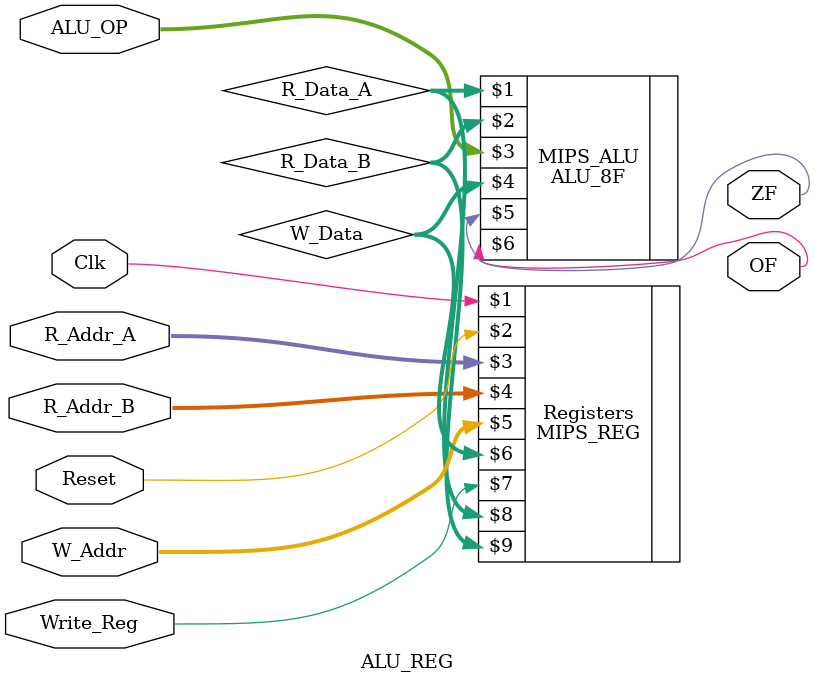
<source format=v>
`timescale 1ns / 1ps
module ALU_REG(
    input Clk,
    input Reset,
    input [4:0] R_Addr_A,
    input [4:0] R_Addr_B,
    input [4:0] W_Addr,
    input Write_Reg,
    input [2:0] ALU_OP,
    output ZF,
    output OF
    );

	wire [31:0] R_Data_A,R_Data_B,W_Data;
	
	MIPS_REG Registers(Clk,Reset,R_Addr_A,R_Addr_B,W_Addr,W_Data,Write_Reg,R_Data_A,R_Data_B);
	ALU_8F MIPS_ALU(R_Data_A,R_Data_B,ALU_OP,W_Data,ZF,OF);

endmodule

</source>
